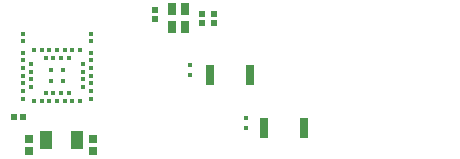
<source format=gtp>
G04*
G04 #@! TF.GenerationSoftware,Altium Limited,Altium Designer,21.6.4 (81)*
G04*
G04 Layer_Color=8421504*
%FSLAX44Y44*%
%MOMM*%
G71*
G04*
G04 #@! TF.SameCoordinates,0AEC0AEB-8793-4253-9BAD-FCEC690E4261*
G04*
G04*
G04 #@! TF.FilePolarity,Positive*
G04*
G01*
G75*
%ADD14R,0.3500X0.3500*%
%ADD15R,0.4200X0.4200*%
%ADD16C,0.0100*%
%ADD17R,0.5200X0.5500*%
%ADD18R,0.5500X0.5200*%
%ADD19R,0.8000X1.0000*%
%ADD20R,0.7200X0.7200*%
%ADD21R,1.0000X1.5500*%
%ADD22R,0.8000X1.7000*%
%ADD23R,0.3500X0.3600*%
D14*
X14750Y175920D02*
D03*
Y169420D02*
D03*
Y160000D02*
D03*
Y153500D02*
D03*
Y147000D02*
D03*
Y140500D02*
D03*
Y134000D02*
D03*
Y127500D02*
D03*
Y121000D02*
D03*
X21250Y150250D02*
D03*
Y143750D02*
D03*
Y137250D02*
D03*
Y130750D02*
D03*
X23650Y119120D02*
D03*
X30150D02*
D03*
X43150D02*
D03*
X49650D02*
D03*
X62650D02*
D03*
X33400Y125620D02*
D03*
X46400D02*
D03*
X52900D02*
D03*
X71550Y121000D02*
D03*
Y127500D02*
D03*
Y134000D02*
D03*
Y140500D02*
D03*
Y147000D02*
D03*
Y153500D02*
D03*
Y160000D02*
D03*
Y169420D02*
D03*
Y175920D02*
D03*
X65050Y130750D02*
D03*
Y137250D02*
D03*
Y143750D02*
D03*
Y150250D02*
D03*
X62650Y161870D02*
D03*
X56150D02*
D03*
X49650D02*
D03*
X43150D02*
D03*
X36650D02*
D03*
X30150D02*
D03*
X23650D02*
D03*
X46400Y155370D02*
D03*
X33400D02*
D03*
X36650Y119120D02*
D03*
X56150D02*
D03*
X39900Y125620D02*
D03*
X52900Y155370D02*
D03*
X39900D02*
D03*
D15*
X37950Y145000D02*
D03*
Y136000D02*
D03*
X48350D02*
D03*
Y145000D02*
D03*
D16*
X375000Y107250D02*
D03*
X362300D02*
D03*
X375000Y119950D02*
D03*
X362300D02*
D03*
X375000Y132650D02*
D03*
X362300D02*
D03*
D17*
X14750Y105000D02*
D03*
X6750D02*
D03*
D18*
X126000Y188000D02*
D03*
Y196000D02*
D03*
X176000Y193000D02*
D03*
Y185000D02*
D03*
X166000D02*
D03*
Y193000D02*
D03*
D19*
X151500Y181500D02*
D03*
Y196500D02*
D03*
X140500D02*
D03*
Y181500D02*
D03*
D20*
X73650Y86850D02*
D03*
Y76650D02*
D03*
X19650Y86850D02*
D03*
Y76650D02*
D03*
D21*
X59650Y86250D02*
D03*
X33650D02*
D03*
D22*
X218250Y96000D02*
D03*
X252250D02*
D03*
X172750Y141000D02*
D03*
X206750D02*
D03*
D23*
X203000Y104450D02*
D03*
Y96050D02*
D03*
X155750Y149450D02*
D03*
Y141050D02*
D03*
M02*

</source>
